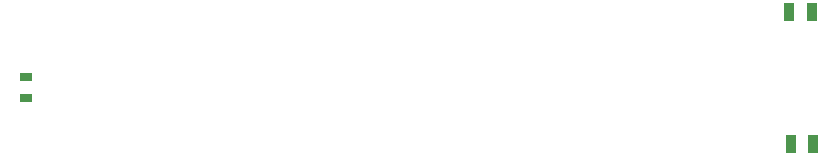
<source format=gbr>
%TF.GenerationSoftware,KiCad,Pcbnew,(5.1.2)-1*%
%TF.CreationDate,2019-05-30T14:12:01+02:00*%
%TF.ProjectId,LEOLED_rev1,4c454f4c-4544-45f7-9265-76312e6b6963,1*%
%TF.SameCoordinates,Original*%
%TF.FileFunction,Paste,Bot*%
%TF.FilePolarity,Positive*%
%FSLAX46Y46*%
G04 Gerber Fmt 4.6, Leading zero omitted, Abs format (unit mm)*
G04 Created by KiCad (PCBNEW (5.1.2)-1) date 2019-05-30 14:12:01*
%MOMM*%
%LPD*%
G04 APERTURE LIST*
%ADD10R,0.970000X1.500000*%
%ADD11R,1.000000X0.670000*%
G04 APERTURE END LIST*
D10*
X71955000Y24700000D03*
X70045000Y24700000D03*
X71855000Y35900000D03*
X69945000Y35900000D03*
D11*
X5300000Y30375000D03*
X5300000Y28625000D03*
M02*

</source>
